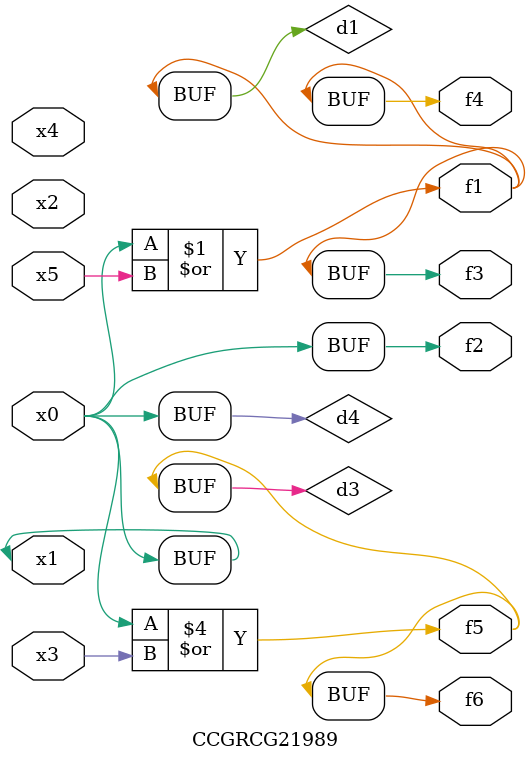
<source format=v>
module CCGRCG21989(
	input x0, x1, x2, x3, x4, x5,
	output f1, f2, f3, f4, f5, f6
);

	wire d1, d2, d3, d4;

	or (d1, x0, x5);
	xnor (d2, x1, x4);
	or (d3, x0, x3);
	buf (d4, x0, x1);
	assign f1 = d1;
	assign f2 = d4;
	assign f3 = d1;
	assign f4 = d1;
	assign f5 = d3;
	assign f6 = d3;
endmodule

</source>
